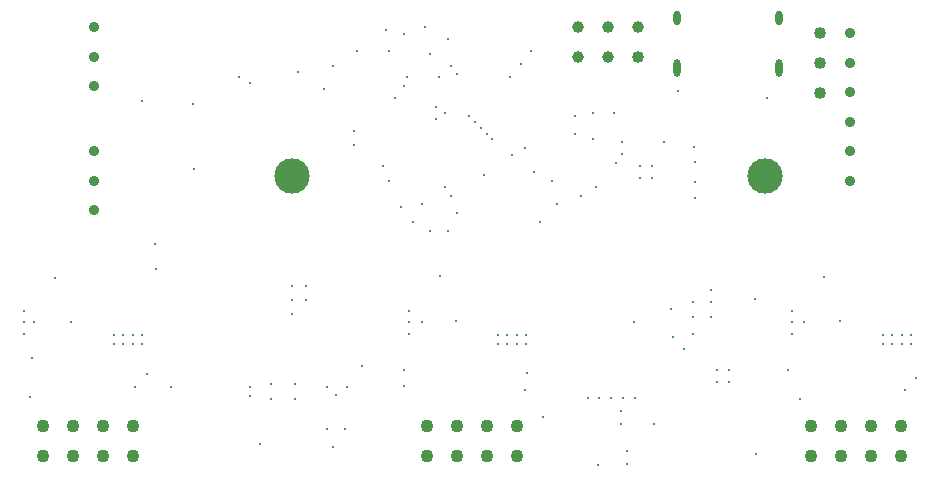
<source format=gbr>
%TF.GenerationSoftware,Altium Limited,Altium Designer,24.0.1 (36)*%
G04 Layer_Color=0*
%FSLAX45Y45*%
%MOMM*%
%TF.SameCoordinates,1D19F893-C717-4D0B-B0CE-957F46A24576*%
%TF.FilePolarity,Positive*%
%TF.FileFunction,Plated,1,4,PTH,Drill*%
%TF.Part,Single*%
G01*
G75*
%TA.AperFunction,ComponentDrill*%
%ADD120O,0.60000X1.20000*%
%ADD121O,0.60000X1.50002*%
%ADD122O,0.60000X1.50000*%
%ADD123C,1.10002*%
%ADD124C,1.02000*%
%ADD125C,1.02000*%
%ADD126C,1.00000*%
%ADD127C,0.90002*%
%TA.AperFunction,OtherDrill,Pad Free-MH (-22.7mm,-4.1mm)*%
%ADD128C,3.00000*%
%TA.AperFunction,OtherDrill,Pad Free-MH (17.3mm,-4.1mm)*%
%ADD129C,3.00000*%
%TA.AperFunction,ViaDrill,NotFilled*%
%ADD130C,0.25000*%
%ADD131C,0.30000*%
D120*
X988708Y923917D02*
D03*
X1853705D02*
D03*
D121*
X988718Y503893D02*
D03*
D122*
X1853710Y503895D02*
D03*
D123*
X2119000Y-2777003D02*
D03*
Y-2523003D02*
D03*
X2373000Y-2777003D02*
D03*
Y-2523003D02*
D03*
X2627000Y-2777003D02*
D03*
Y-2522993D02*
D03*
X2881000Y-2777003D02*
D03*
Y-2523003D02*
D03*
X-369002D02*
D03*
Y-2777003D02*
D03*
X-623002Y-2522993D02*
D03*
Y-2777003D02*
D03*
X-877002Y-2523003D02*
D03*
Y-2777003D02*
D03*
X-1131002Y-2523003D02*
D03*
Y-2777003D02*
D03*
X-3618998Y-2523003D02*
D03*
Y-2777003D02*
D03*
X-3872998Y-2522993D02*
D03*
Y-2777003D02*
D03*
X-4126998Y-2523003D02*
D03*
Y-2777003D02*
D03*
X-4380998Y-2523003D02*
D03*
Y-2777003D02*
D03*
D124*
X2200000Y550000D02*
D03*
Y804000D02*
D03*
Y296000D02*
D03*
D125*
X654000Y596000D02*
D03*
D126*
Y850000D02*
D03*
X400000Y596000D02*
D03*
Y850000D02*
D03*
X146000Y596000D02*
D03*
Y850000D02*
D03*
D127*
X-3950000Y-700002D02*
D03*
Y-450000D02*
D03*
Y-200003D02*
D03*
Y600000D02*
D03*
Y349998D02*
D03*
Y849997D02*
D03*
X2450000Y800004D02*
D03*
Y550007D02*
D03*
Y300000D02*
D03*
Y49998D02*
D03*
Y-199999D02*
D03*
Y-450001D02*
D03*
D128*
X-2270000Y-410000D02*
D03*
D129*
X1730000D02*
D03*
D130*
X-1326716Y350000D02*
D03*
X475000Y-300000D02*
D03*
X-1750000Y-150000D02*
D03*
Y-25000D02*
D03*
X525000Y-225000D02*
D03*
X-875000Y450000D02*
D03*
X-1450000Y650000D02*
D03*
X-775000Y100000D02*
D03*
X525000Y-125000D02*
D03*
X-975000Y125000D02*
D03*
X-1050000Y175000D02*
D03*
Y75000D02*
D03*
X125000Y100000D02*
D03*
X-725000Y50000D02*
D03*
X-675000Y0D02*
D03*
X-625000Y-50000D02*
D03*
X-575000Y-100000D02*
D03*
X1140000Y-600000D02*
D03*
Y-460000D02*
D03*
Y-290000D02*
D03*
X1130000Y-160000D02*
D03*
X-330000Y540000D02*
D03*
X-410000Y-230000D02*
D03*
X-2225000Y475000D02*
D03*
X-3431962Y-985000D02*
D03*
X-3425000Y-1200000D02*
D03*
X-1500000Y-325000D02*
D03*
X-1350000Y-675000D02*
D03*
X-425000Y425000D02*
D03*
X-950000Y750000D02*
D03*
X-1149999Y850001D02*
D03*
X-1319998Y794998D02*
D03*
X-1720002Y645002D02*
D03*
X-2000000Y325000D02*
D03*
X-1400000Y250000D02*
D03*
X-650000Y-400000D02*
D03*
X-300000Y-175000D02*
D03*
X-245002Y645002D02*
D03*
X675000Y-425000D02*
D03*
X775000D02*
D03*
Y-325000D02*
D03*
X675000D02*
D03*
X1275000Y-1375000D02*
D03*
Y-1475000D02*
D03*
X1125000D02*
D03*
X950000Y-1775000D02*
D03*
X-1099998Y624998D02*
D03*
X-1025000Y425000D02*
D03*
X875000Y-125000D02*
D03*
X-2725000Y425000D02*
D03*
X-2625000Y375000D02*
D03*
X450000Y125000D02*
D03*
X275000D02*
D03*
Y-100000D02*
D03*
X125000Y-50000D02*
D03*
X300000Y-500000D02*
D03*
X175000Y-575000D02*
D03*
X-1300000Y425000D02*
D03*
X-1925000Y525000D02*
D03*
X-925000D02*
D03*
X-875000Y-725000D02*
D03*
X-175000Y-800000D02*
D03*
X-1250000D02*
D03*
X-1175000Y-650000D02*
D03*
X-925000Y-575000D02*
D03*
X-25000Y-650000D02*
D03*
X-950000Y-875000D02*
D03*
X-1100000D02*
D03*
X-225000Y-375000D02*
D03*
X-1450000Y-450000D02*
D03*
X-75000D02*
D03*
X-975000Y-500000D02*
D03*
D131*
X-2540000Y-2680000D02*
D03*
X-3110000Y200000D02*
D03*
X1930000Y-2050000D02*
D03*
X790000Y-2510000D02*
D03*
X-280000Y-2080000D02*
D03*
X-1320000Y-2050000D02*
D03*
Y-2190000D02*
D03*
X-3500000Y-2090000D02*
D03*
X-3600000Y-2200000D02*
D03*
X-3620000Y-1830000D02*
D03*
X-3780000D02*
D03*
X-3700000D02*
D03*
X-3620000Y-1760000D02*
D03*
X-3780000D02*
D03*
X-3700000D02*
D03*
X-3540000D02*
D03*
Y-1830000D02*
D03*
X2970000D02*
D03*
X2890000D02*
D03*
X2730000D02*
D03*
X2810000D02*
D03*
X2890000Y-1760000D02*
D03*
X2730000D02*
D03*
X2810000D02*
D03*
X2970000D02*
D03*
X-370000Y-1830000D02*
D03*
X-530000D02*
D03*
X-450000D02*
D03*
X-370000Y-1760000D02*
D03*
X-530000D02*
D03*
X-450000D02*
D03*
X-290000D02*
D03*
Y-1830000D02*
D03*
X-150000Y-2450000D02*
D03*
X-1475000Y825000D02*
D03*
X1125000Y-1750000D02*
D03*
X1275000Y-1600000D02*
D03*
X1125000D02*
D03*
X1325000Y-2150000D02*
D03*
Y-2050000D02*
D03*
X1425000Y-2150000D02*
D03*
Y-2050000D02*
D03*
X2025000Y-2300000D02*
D03*
X1050000Y-1875000D02*
D03*
X-3300000Y-2200000D02*
D03*
X-2270000Y-1580000D02*
D03*
X-2150000Y-1460000D02*
D03*
X-2270000D02*
D03*
X-2150000Y-1340000D02*
D03*
X-2270000D02*
D03*
X-1900000Y-2260000D02*
D03*
X-1810000Y-2200000D02*
D03*
X-1980000D02*
D03*
X560000Y-2740000D02*
D03*
Y-2850000D02*
D03*
X510000Y-2510000D02*
D03*
Y-2400000D02*
D03*
X630000Y-2290000D02*
D03*
X530000D02*
D03*
X430000D02*
D03*
X330000D02*
D03*
X230000D02*
D03*
X-4460000Y-1650000D02*
D03*
X-4145000Y-1645000D02*
D03*
X-4540000Y-1650000D02*
D03*
Y-1750000D02*
D03*
Y-1550000D02*
D03*
X-1175000Y-1645000D02*
D03*
X-880000Y-1640000D02*
D03*
X-1280000Y-1650000D02*
D03*
Y-1750000D02*
D03*
Y-1550000D02*
D03*
X1960000D02*
D03*
Y-1750000D02*
D03*
Y-1650000D02*
D03*
X2370000Y-1640000D02*
D03*
X2060000Y-1650000D02*
D03*
X3010000Y-2120000D02*
D03*
X2920000Y-2220000D02*
D03*
X-300000Y-2225000D02*
D03*
X-3544997Y225000D02*
D03*
X-3100000Y-350000D02*
D03*
X-1019260Y-1255740D02*
D03*
X-4275000Y-1275000D02*
D03*
X-4475000Y-1950000D02*
D03*
X-1825000Y-2550000D02*
D03*
X-1975000D02*
D03*
X-1925000Y-2700000D02*
D03*
X-2625000Y-2275000D02*
D03*
Y-2200000D02*
D03*
X-2450000Y-2300000D02*
D03*
X-2250000D02*
D03*
Y-2175000D02*
D03*
X-2450000D02*
D03*
X-1680003Y-2019997D02*
D03*
X1650001Y-1450001D02*
D03*
X2235000Y-1265000D02*
D03*
X1659767Y-2760233D02*
D03*
X315235Y-2855235D02*
D03*
X620000Y-1650000D02*
D03*
X940000Y-1540000D02*
D03*
X1750000Y250000D02*
D03*
X1000002Y310001D02*
D03*
X-4490000Y-2285000D02*
D03*
%TF.MD5,fe8bdc19aeee10ba792b58521f5d4b8e*%
M02*

</source>
